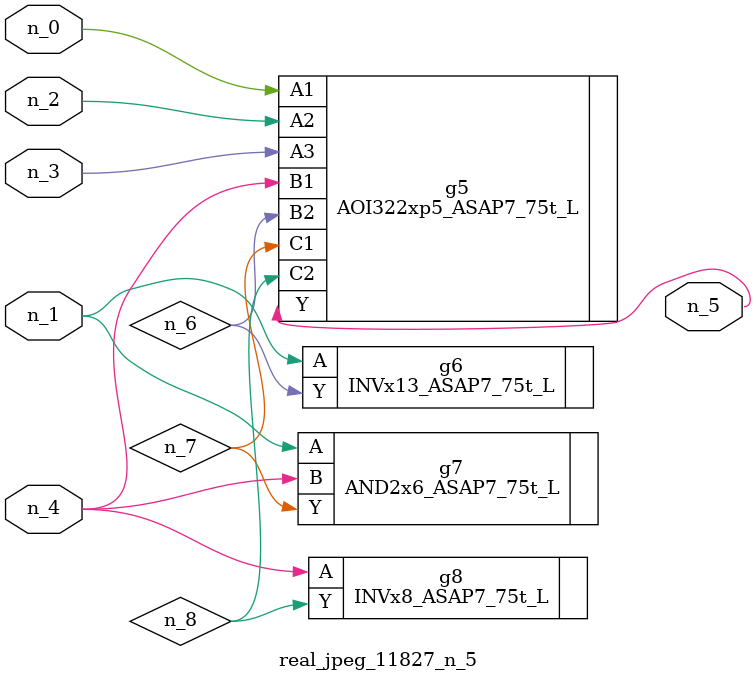
<source format=v>
module real_jpeg_11827_n_5 (n_4, n_0, n_1, n_2, n_3, n_5);

input n_4;
input n_0;
input n_1;
input n_2;
input n_3;

output n_5;

wire n_8;
wire n_6;
wire n_7;

AOI322xp5_ASAP7_75t_L g5 ( 
.A1(n_0),
.A2(n_2),
.A3(n_3),
.B1(n_4),
.B2(n_6),
.C1(n_7),
.C2(n_8),
.Y(n_5)
);

INVx13_ASAP7_75t_L g6 ( 
.A(n_1),
.Y(n_6)
);

AND2x6_ASAP7_75t_L g7 ( 
.A(n_1),
.B(n_4),
.Y(n_7)
);

INVx8_ASAP7_75t_L g8 ( 
.A(n_4),
.Y(n_8)
);


endmodule
</source>
